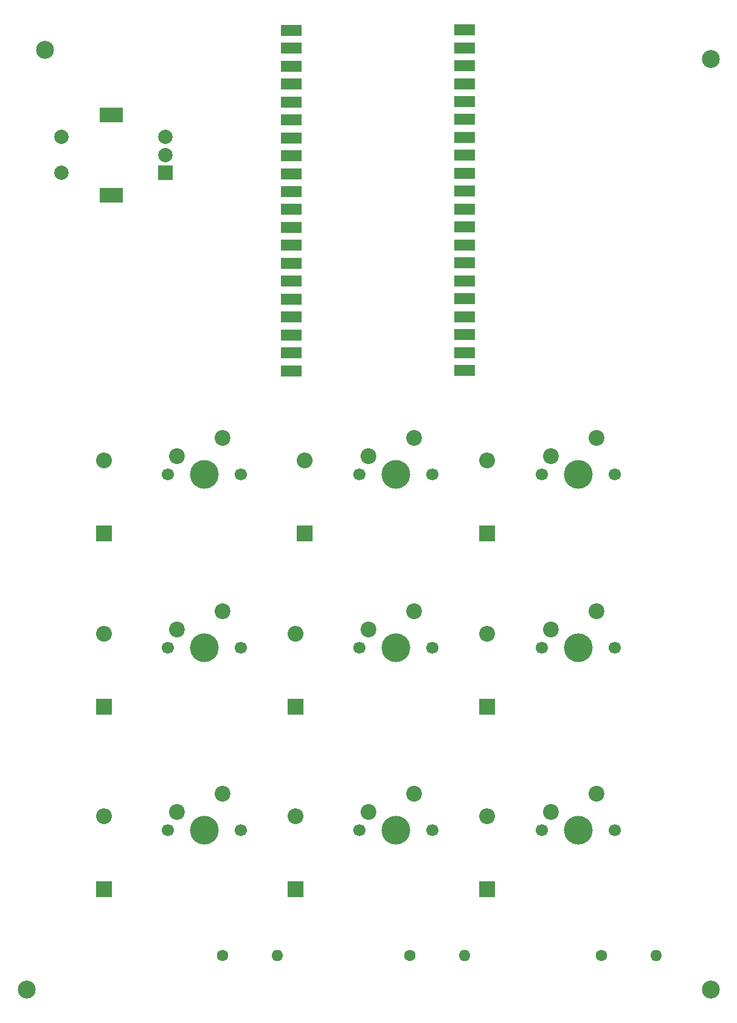
<source format=gts>
%TF.GenerationSoftware,KiCad,Pcbnew,(6.0.2)*%
%TF.CreationDate,2022-03-12T10:34:22-05:00*%
%TF.ProjectId,macropad,6d616372-6f70-4616-942e-6b696361645f,v0*%
%TF.SameCoordinates,Original*%
%TF.FileFunction,Soldermask,Top*%
%TF.FilePolarity,Negative*%
%FSLAX46Y46*%
G04 Gerber Fmt 4.6, Leading zero omitted, Abs format (unit mm)*
G04 Created by KiCad (PCBNEW (6.0.2)) date 2022-03-12 10:34:22*
%MOMM*%
%LPD*%
G01*
G04 APERTURE LIST*
%ADD10C,2.500000*%
%ADD11R,2.200000X2.200000*%
%ADD12O,2.200000X2.200000*%
%ADD13C,1.700000*%
%ADD14C,4.000000*%
%ADD15C,2.200000*%
%ADD16C,1.600000*%
%ADD17O,1.600000X1.600000*%
%ADD18R,2.000000X2.000000*%
%ADD19C,2.000000*%
%ADD20R,3.200000X2.000000*%
%ADD21R,3.000000X1.610000*%
G04 APERTURE END LIST*
D10*
%TO.C,REF\u002A\u002A*%
X138430000Y-158750000D03*
%TD*%
%TO.C,REF\u002A\u002A*%
X43180000Y-158750000D03*
%TD*%
%TO.C,REF\u002A\u002A*%
X45720000Y-27940000D03*
%TD*%
%TO.C,REF\u002A\u002A*%
X138430000Y-29210000D03*
%TD*%
D11*
%TO.C,D6*%
X80645000Y-144750000D03*
D12*
X80645000Y-134590000D03*
%TD*%
D13*
%TO.C,SW4*%
X62865000Y-136525000D03*
D14*
X67945000Y-136525000D03*
D13*
X73025000Y-136525000D03*
D15*
X70485000Y-131445000D03*
X64135000Y-133985000D03*
%TD*%
D13*
%TO.C,SW7*%
X89535000Y-136525000D03*
X99695000Y-136525000D03*
D14*
X94615000Y-136525000D03*
D15*
X97155000Y-131445000D03*
X90805000Y-133985000D03*
%TD*%
D11*
%TO.C,D8*%
X107315000Y-119350000D03*
D12*
X107315000Y-109190000D03*
%TD*%
D16*
%TO.C,R1*%
X70485000Y-153969453D03*
D17*
X78105000Y-153969453D03*
%TD*%
D11*
%TO.C,D1*%
X53975000Y-95220000D03*
D12*
X53975000Y-85060000D03*
%TD*%
D13*
%TO.C,SW8*%
X125095000Y-86995000D03*
D14*
X120015000Y-86995000D03*
D13*
X114935000Y-86995000D03*
D15*
X122555000Y-81915000D03*
X116205000Y-84455000D03*
%TD*%
D11*
%TO.C,D4*%
X81915000Y-95220000D03*
D12*
X81915000Y-85060000D03*
%TD*%
D18*
%TO.C,SW1*%
X62495000Y-45045000D03*
D19*
X62495000Y-40045000D03*
X62495000Y-42545000D03*
D20*
X54995000Y-36945000D03*
X54995000Y-48145000D03*
D19*
X47995000Y-40045000D03*
X47995000Y-45045000D03*
%TD*%
D11*
%TO.C,D5*%
X80645000Y-119350000D03*
D12*
X80645000Y-109190000D03*
%TD*%
D11*
%TO.C,D7*%
X107315000Y-95220000D03*
D12*
X107315000Y-85060000D03*
%TD*%
D16*
%TO.C,R2*%
X96520000Y-153969453D03*
D17*
X104140000Y-153969453D03*
%TD*%
D11*
%TO.C,D9*%
X107315000Y-144750000D03*
D12*
X107315000Y-134590000D03*
%TD*%
D21*
%TO.C,U1*%
X80060800Y-25200000D03*
X80060800Y-27694547D03*
X80060800Y-30189094D03*
X80060800Y-32683641D03*
X80060800Y-35178188D03*
X80060800Y-37672735D03*
X80060800Y-40167282D03*
X80060800Y-42661829D03*
X80060800Y-45156376D03*
X80060800Y-47650923D03*
X80060800Y-50145470D03*
X80060800Y-52640017D03*
X80060800Y-55134564D03*
X80060800Y-57629111D03*
X80060800Y-60123658D03*
X80060800Y-62618205D03*
X80060800Y-65112752D03*
X80060800Y-67607299D03*
X80060800Y-70101846D03*
X80060800Y-72596400D03*
X104140000Y-72542400D03*
X104140000Y-70047846D03*
X104140000Y-67553299D03*
X104140000Y-65058752D03*
X104140000Y-62564205D03*
X104140000Y-60069658D03*
X104140000Y-57575111D03*
X104140000Y-55080564D03*
X104140000Y-52586017D03*
X104140000Y-50091470D03*
X104140000Y-47596923D03*
X104140000Y-45102376D03*
X104140000Y-42607829D03*
X104140000Y-40113282D03*
X104140000Y-37618735D03*
X104140000Y-35124188D03*
X104140000Y-32629641D03*
X104140000Y-30135094D03*
X104140000Y-27640547D03*
X104140000Y-25146000D03*
%TD*%
D11*
%TO.C,D2*%
X53975000Y-119350000D03*
D12*
X53975000Y-109190000D03*
%TD*%
D13*
%TO.C,SW2*%
X62865000Y-86995000D03*
D14*
X67945000Y-86995000D03*
D13*
X73025000Y-86995000D03*
D15*
X70485000Y-81915000D03*
X64135000Y-84455000D03*
%TD*%
D13*
%TO.C,SW9*%
X125095000Y-111125000D03*
X114935000Y-111125000D03*
D14*
X120015000Y-111125000D03*
D15*
X122555000Y-106045000D03*
X116205000Y-108585000D03*
%TD*%
D13*
%TO.C,SW3*%
X73025000Y-111125000D03*
X62865000Y-111125000D03*
D14*
X67945000Y-111125000D03*
D15*
X70485000Y-106045000D03*
X64135000Y-108585000D03*
%TD*%
D14*
%TO.C,SW10*%
X120015000Y-136525000D03*
D13*
X125095000Y-136525000D03*
X114935000Y-136525000D03*
D15*
X122555000Y-131445000D03*
X116205000Y-133985000D03*
%TD*%
D13*
%TO.C,SW6*%
X89535000Y-111125000D03*
X99695000Y-111125000D03*
D14*
X94615000Y-111125000D03*
D15*
X97155000Y-106045000D03*
X90805000Y-108585000D03*
%TD*%
D16*
%TO.C,R3*%
X123190000Y-153969453D03*
D17*
X130810000Y-153969453D03*
%TD*%
D14*
%TO.C,SW5*%
X94615000Y-86995000D03*
D13*
X89535000Y-86995000D03*
X99695000Y-86995000D03*
D15*
X97155000Y-81915000D03*
X90805000Y-84455000D03*
%TD*%
D11*
%TO.C,D3*%
X53975000Y-144750000D03*
D12*
X53975000Y-134590000D03*
%TD*%
M02*

</source>
